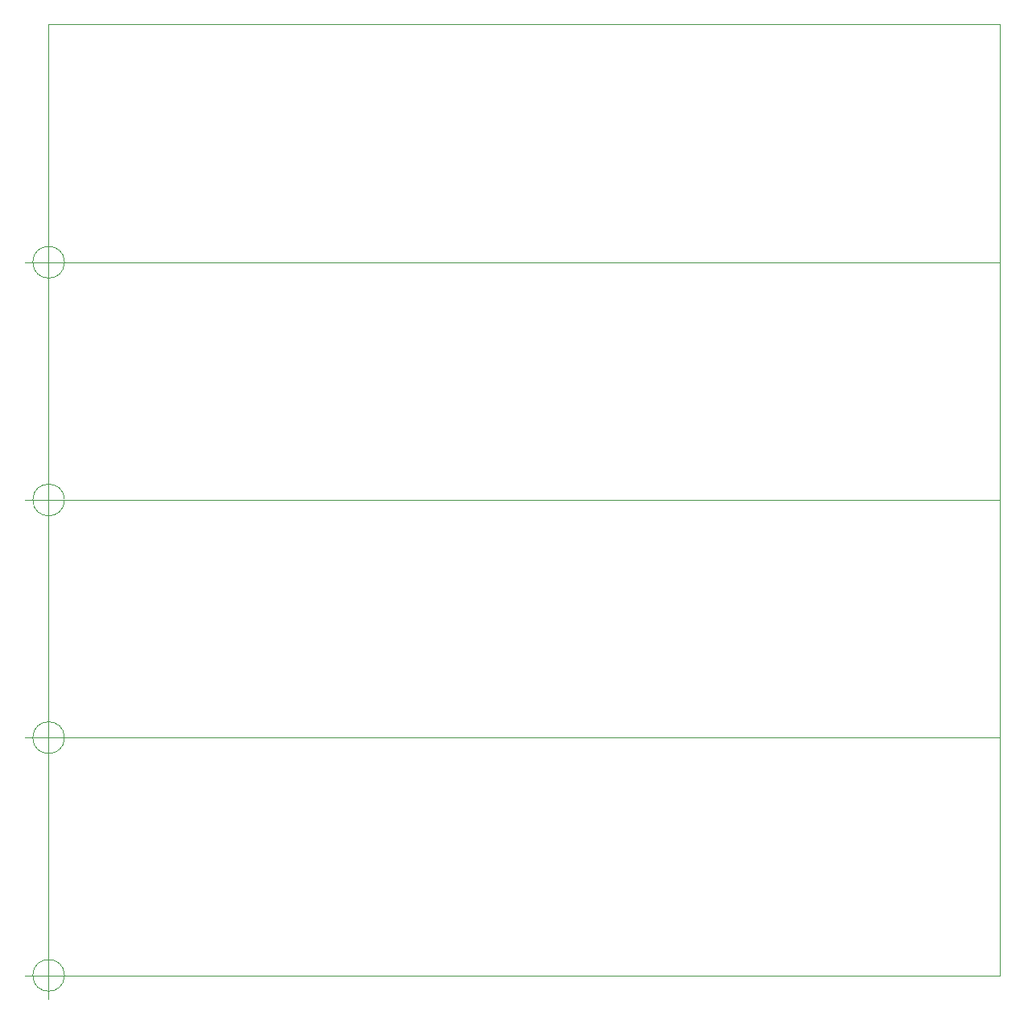
<source format=gm1>
%TF.GenerationSoftware,KiCad,Pcbnew,9.0.2*%
%TF.CreationDate,2025-10-23T19:24:45+09:00*%
%TF.ProjectId,simpleLogicCircuit.kicad_pcb_v1.4_4x1,73696d70-6c65-44c6-9f67-696343697263,rev?*%
%TF.SameCoordinates,Original*%
%TF.FileFunction,Profile,NP*%
%FSLAX46Y46*%
G04 Gerber Fmt 4.6, Leading zero omitted, Abs format (unit mm)*
G04 Created by KiCad (PCBNEW 9.0.2) date 2025-10-23 19:24:45*
%MOMM*%
%LPD*%
G01*
G04 APERTURE LIST*
%TA.AperFunction,Profile*%
%ADD10C,0.100000*%
%TD*%
G04 APERTURE END LIST*
D10*
X42086666Y-114600000D02*
G75*
G02*
X38753334Y-114600000I-1666666J0D01*
G01*
X38753334Y-114600000D02*
G75*
G02*
X42086666Y-114600000I1666666J0D01*
G01*
X37920000Y-114600000D02*
X42920000Y-114600000D01*
X40420000Y-112100000D02*
X40420000Y-117100000D01*
X40420000Y-89600000D02*
X140420000Y-89600000D01*
X140420000Y-114600000D01*
X40420000Y-114600000D01*
X40420000Y-89600000D01*
X42086666Y-89600000D02*
G75*
G02*
X38753334Y-89600000I-1666666J0D01*
G01*
X38753334Y-89600000D02*
G75*
G02*
X42086666Y-89600000I1666666J0D01*
G01*
X37920000Y-89600000D02*
X42920000Y-89600000D01*
X40420000Y-87100000D02*
X40420000Y-92100000D01*
X40420000Y-64600000D02*
X140420000Y-64600000D01*
X140420000Y-89600000D01*
X40420000Y-89600000D01*
X40420000Y-64600000D01*
X42086666Y-64600000D02*
G75*
G02*
X38753334Y-64600000I-1666666J0D01*
G01*
X38753334Y-64600000D02*
G75*
G02*
X42086666Y-64600000I1666666J0D01*
G01*
X37920000Y-64600000D02*
X42920000Y-64600000D01*
X40420000Y-62100000D02*
X40420000Y-67100000D01*
X40420000Y-39600000D02*
X140420000Y-39600000D01*
X140420000Y-64600000D01*
X40420000Y-64600000D01*
X40420000Y-39600000D01*
X40420000Y-114600000D02*
X140420000Y-114600000D01*
X140420000Y-139600000D01*
X40420000Y-139600000D01*
X40420000Y-114600000D01*
X42086666Y-139600000D02*
G75*
G02*
X38753334Y-139600000I-1666666J0D01*
G01*
X38753334Y-139600000D02*
G75*
G02*
X42086666Y-139600000I1666666J0D01*
G01*
X37920000Y-139600000D02*
X42920000Y-139600000D01*
X40420000Y-137100000D02*
X40420000Y-142100000D01*
M02*

</source>
